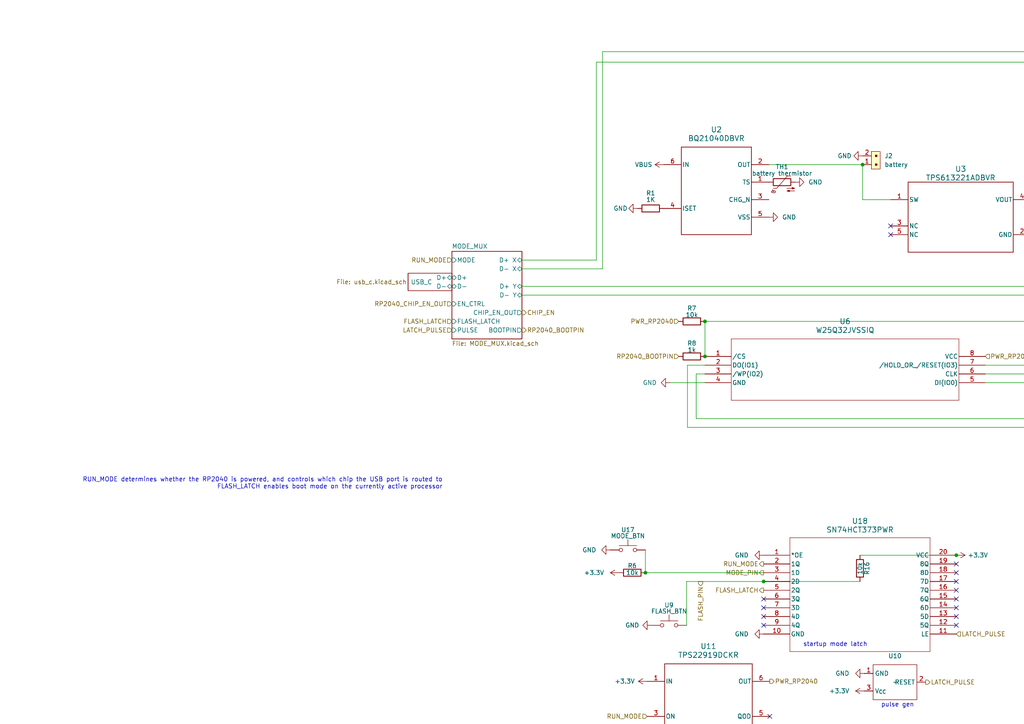
<source format=kicad_sch>
(kicad_sch (version 20230121) (generator eeschema)
  (paper "A4")
  (lib_symbols
    (symbol "2024-01-02_21-46-21:BQ21040DBVR" (pin_names (offset 0.254))
      (property "Reference" "U" (at 0 2.54 0))
      (property "Value" "BQ21040DBVR" (at 0 0 0))
      (symbol "BQ21040DBVR_0_1"
        (pin input line (at 15.24 2.54 180) (length 5.08) (name "TS") (number "1"))
        (pin power_in line (at 15.24 7.62 180) (length 5.08) (name "OUT") (number "2"))
        (pin open_collector line (at 15.24 -2.54 180) (length 5.08) (name "CHG_N") (number "3"))
        (pin input line (at -15.24 -5.08 0) (length 5.08) (name "ISET") (number "4"))
        (pin power_in line (at 15.24 -7.62 180) (length 5.08) (name "VSS") (number "5"))
        (pin power_in line (at -15.24 7.62 0) (length 5.08) (name "IN") (number "6"))
      )
    )
    (symbol "2024-01-02_21-46-27:TPS613221ADBVR" (pin_names (offset 0.254))
      (property "Reference" "U" (at 0 2.54 0))
      (property "Value" "TPS613221ADBVR" (at 0 0 0))
      (symbol "TPS613221ADBVR_0_1"
        (pin power_in line (at -20.32 5.08 0) (length 5.08) (name "SW") (number "1"))
        (pin power_in line (at 20.32 -5.08 180) (length 5.08) (name "GND") (number "2"))
        (pin unspecified line (at -20.32 -2.54 0) (length 5.08) (name "NC") (number "3"))
        (pin power_in line (at 20.32 5.08 180) (length 5.08) (name "VOUT") (number "4"))
        (pin unspecified line (at -20.32 -5.08 0) (length 5.08) (name "NC") (number "5"))
      )
    )
    (symbol "2024-01-09_16-08-29:W25Q32JVSSIQ" (pin_names (offset 0.254))
      (property "Reference" "U" (at 40.64 10.16 0))
      (property "Value" "W25Q32JVSSIQ" (at 40.64 7.62 0))
      (symbol "W25Q32JVSSIQ_0_1"
        (pin unspecified line (at 0 0 0) (length 7.62) (name "/CS") (number "1"))
        (pin unspecified line (at 0 -2.54 0) (length 7.62) (name "DO(IO1)") (number "2"))
        (pin unspecified line (at 0 -5.08 0) (length 7.62) (name "/WP(IO2)") (number "3"))
        (pin power_out line (at 0 -7.62 0) (length 7.62) (name "GND") (number "4"))
        (pin unspecified line (at 81.28 -7.62 180) (length 7.62) (name "DI(IO0)") (number "5"))
        (pin unspecified line (at 81.28 -5.08 180) (length 7.62) (name "CLK") (number "6"))
        (pin unspecified line (at 81.28 -2.54 180) (length 7.62) (name "/HOLD_OR_/RESET(IO3)") (number "7"))
        (pin power_in line (at 81.28 0 180) (length 7.62) (name "VCC") (number "8"))
      )
    )
    (symbol "2024-01-10_18-59-37:RESET_TIMER"
      (property "Reference" "U" (at 0 6.35 0))
      (symbol "RESET_TIMER_1_1"
        (pin passive line (at -8.89 2.54 0) (length 2.54) (name "GND") (number "1"))
        (pin output line (at 8.89 0 180) (length 2.54) (name "RESET") (number "2"))
        (pin passive line (at -8.89 -2.54 0) (length 2.54) (name "V_{CC}") (number "3"))
      )
    )
    (symbol "2024-01-10_19-26-16:TPS22919DCKR" (pin_names (offset 0.254))
      (property "Reference" "U" (at 0 2.54 0))
      (property "Value" "TPS22919DCKR" (at 0 0 0))
      (symbol "TPS22919DCKR_0_1"
        (pin power_in line (at -17.78 7.62 0) (length 5.08) (name "IN") (number "1"))
        (pin power_in line (at 17.78 -10.16 180) (length 5.08) (name "GND") (number "2"))
        (pin input line (at -17.78 -2.54 0) (length 5.08) (name "ON") (number "3"))
        (pin unspecified line (at -17.78 -10.16 0) (length 5.08) (name "N_C") (number "4"))
        (pin power_in line (at 17.78 -2.54 180) (length 5.08) (name "QOD") (number "5"))
        (pin power_in line (at 17.78 7.62 180) (length 5.08) (name "OUT") (number "6"))
      )
    )
    (symbol "2024-01-19_20-37-39:SN74HCT373PWR" (pin_names (offset 0.254))
      (property "Reference" "U" (at 27.94 10.16 0))
      (property "Value" "SN74HCT373PWR" (at 27.94 7.62 0))
      (symbol "SN74HCT373PWR_0_1"
        (pin input line (at 0 0 0) (length 7.62) (name "*OE") (number "1"))
        (pin power_in line (at 0 -22.86 0) (length 7.62) (name "GND") (number "10"))
        (pin input line (at 55.88 -22.86 180) (length 7.62) (name "LE") (number "11"))
        (pin output line (at 55.88 -20.32 180) (length 7.62) (name "5Q") (number "12"))
        (pin input line (at 55.88 -17.78 180) (length 7.62) (name "5D") (number "13"))
        (pin input line (at 55.88 -15.24 180) (length 7.62) (name "6D") (number "14"))
        (pin output line (at 55.88 -12.7 180) (length 7.62) (name "6Q") (number "15"))
        (pin output line (at 55.88 -10.16 180) (length 7.62) (name "7Q") (number "16"))
        (pin input line (at 55.88 -7.62 180) (length 7.62) (name "7D") (number "17"))
        (pin input line (at 55.88 -5.08 180) (length 7.62) (name "8D") (number "18"))
        (pin output line (at 55.88 -2.54 180) (length 7.62) (name "8Q") (number "19"))
        (pin output line (at 0 -2.54 0) (length 7.62) (name "1Q") (number "2"))
        (pin power_in line (at 55.88 0 180) (length 7.62) (name "VCC") (number "20"))
        (pin input line (at 0 -5.08 0) (length 7.62) (name "1D") (number "3"))
        (pin input line (at 0 -7.62 0) (length 7.62) (name "2D") (number "4"))
        (pin output line (at 0 -10.16 0) (length 7.62) (name "2Q") (number "5"))
        (pin output line (at 0 -12.7 0) (length 7.62) (name "3Q") (number "6"))
        (pin input line (at 0 -15.24 0) (length 7.62) (name "3D") (number "7"))
        (pin input line (at 0 -17.78 0) (length 7.62) (name "4D") (number "8"))
        (pin output line (at 0 -20.32 0) (length 7.62) (name "4Q") (number "9"))
      )
    )
    (symbol "5530843-5:5530843-5" (pin_names (offset 1.016))
      (property "Reference" "J" (at -10.16 34.29 0))
      (property "Value" "5530843-5" (at -10.16 -35.56 0))
      (symbol "5530843-5_0_0"
        (pin passive line (at -12.7 30.48 0) (length 5.08) (name "1") (number "1"))
        (pin passive line (at 12.7 20.32 180) (length 5.08) (name "10") (number "10"))
        (pin passive line (at -12.7 17.78 0) (length 5.08) (name "11") (number "11"))
        (pin passive line (at 12.7 17.78 180) (length 5.08) (name "12") (number "12"))
        (pin passive line (at -12.7 15.24 0) (length 5.08) (name "13") (number "13"))
        (pin passive line (at 12.7 15.24 180) (length 5.08) (name "14") (number "14"))
        (pin passive line (at -12.7 12.7 0) (length 5.08) (name "15") (number "15"))
        (pin passive line (at 12.7 12.7 180) (length 5.08) (name "16") (number "16"))
        (pin passive line (at -12.7 10.16 0) (length 5.08) (name "17") (number "17"))
        (pin passive line (at 12.7 10.16 180) (length 5.08) (name "18") (number "18"))
        (pin passive line (at -12.7 7.62 0) (length 5.08) (name "19") (number "19"))
        (pin passive line (at 12.7 30.48 180) (length 5.08) (name "2") (number "2"))
        (pin passive line (at 12.7 7.62 180) (length 5.08) (name "20") (number "20"))
        (pin passive line (at -12.7 5.08 0) (length 5.08) (name "21") (number "21"))
        (pin passive line (at 12.7 5.08 180) (length 5.08) (name "22") (number "22"))
        (pin passive line (at -12.7 2.54 0) (length 5.08) (name "23") (number "23"))
        (pin passive line (at 12.7 2.54 180) (length 5.08) (name "24") (number "24"))
        (pin passive line (at -12.7 0 0) (length 5.08) (name "25") (number "25"))
        (pin passive line (at 12.7 0 180) (length 5.08) (name "26") (number "26"))
        (pin passive line (at -12.7 -2.54 0) (length 5.08) (name "27") (number "27"))
        (pin passive line (at 12.7 -2.54 180) (length 5.08) (name "28") (number "28"))
        (pin passive line (at -12.7 -5.08 0) (length 5.08) (name "29") (number "29"))
        (pin passive line (at -12.7 27.94 0) (length 5.08) (name "3") (number "3"))
        (pin passive line (at 12.7 -5.08 180) (length 5.08) (name "30") (number "30"))
        (pin passive line (at -12.7 -7.62 0) (length 5.08) (name "31") (number "31"))
        (pin passive line (at 12.7 -7.62 180) (length 5.08) (name "32") (number "32"))
        (pin passive line (at -12.7 -10.16 0) (length 5.08) (name "33") (number "33"))
        (pin passive line (at 12.7 -10.16 180) (length 5.08) (name "34") (number "34"))
        (pin passive line (at -12.7 -12.7 0) (length 5.08) (name "35") (number "35"))
        (pin passive line (at 12.7 -12.7 180) (length 5.08) (name "36") (number "36"))
        (pin passive line (at -12.7 -15.24 0) (length 5.08) (name "37") (number "37"))
        (pin passive line (at 12.7 -15.24 180) (length 5.08) (name "38") (number "38"))
        (pin passive line (at -12.7 -17.78 0) (length 5.08) (name "39") (number "39"))
        (pin passive line (at 12.7 27.94 180) (length 5.08) (name "4") (number "4"))
        (pin passive line (at 12.7 -17.78 180) (length 5.08) (name "40") (number "40"))
        (pin passive line (at -12.7 -20.32 0) (length 5.08) (name "41") (number "41"))
        (pin passive line (at 12.7 -20.32 180) (length 5.08) (name "42") (number "42"))
        (pin passive line (at -12.7 -22.86 0) (length 5.08) (name "43") (number "43"))
        (pin passive line (at 12.7 -22.86 180) (length 5.08) (name "44") (number "44"))
        (pin passive line (at -12.7 -25.4 0) (length 5.08) (name "45") (number "45"))
        (pin passive line (at 12.7 -25.4 180) (length 5.08) (name "46") (number "46"))
        (pin passive line (at -12.7 -27.94 0) (length 5.08) (name "47") (number "47"))
        (pin passive line (at 12.7 -27.94 180) (length 5.08) (name "48") (number "48"))
        (pin passive line (at -12.7 -30.48 0) (length 5.08) (name "49") (number "49"))
        (pin passive line (at -12.7 25.4 0) (length 5.08) (name "5") (number "5"))
        (pin passive line (at 12.7 -30.48 180) (length 5.08) (name "50") (number "50"))
        (pin passive line (at 12.7 25.4 180) (length 5.08) (name "6") (number "6"))
        (pin passive line (at -12.7 22.86 0) (length 5.08) (name "7") (number "7"))
        (pin passive line (at 12.7 22.86 180) (length 5.08) (name "8") (number "8"))
        (pin passive line (at -12.7 20.32 0) (length 5.08) (name "9") (number "9"))
      )
    )
    (symbol "Connector:Micro_SD_Card" (pin_names (offset 1.016))
      (property "Reference" "J" (at -16.51 15.24 0))
      (property "Value" "Micro_SD_Card" (at 16.51 15.24 0))
      (symbol "Micro_SD_Card_1_1"
        (pin bidirectional line (at -22.86 7.62 0) (length 3.81) (name "DAT2") (number "1"))
        (pin bidirectional line (at -22.86 5.08 0) (length 3.81) (name "DAT3/CD") (number "2"))
        (pin input line (at -22.86 2.54 0) (length 3.81) (name "CMD") (number "3"))
        (pin power_in line (at -22.86 0 0) (length 3.81) (name "VDD") (number "4"))
        (pin input line (at -22.86 -2.54 0) (length 3.81) (name "CLK") (number "5"))
        (pin power_in line (at -22.86 -5.08 0) (length 3.81) (name "VSS") (number "6"))
        (pin bidirectional line (at -22.86 -7.62 0) (length 3.81) (name "DAT0") (number "7"))
        (pin bidirectional line (at -22.86 -10.16 0) (length 3.81) (name "DAT1") (number "8"))
        (pin passive line (at 20.32 -15.24 180) (length 3.81) (name "SHIELD") (number "9"))
      )
    )
    (symbol "Device:Crystal" (pin_numbers hide) (pin_names (offset 1.016) hide)
      (property "Reference" "Y" (at 0 3.81 0))
      (property "Value" "Crystal" (at 0 -3.81 0))
      (symbol "Crystal_1_1"
        (pin passive line (at -3.81 0 0) (length 1.27) (name "1") (number "1"))
        (pin passive line (at 3.81 0 180) (length 1.27) (name "2") (number "2"))
      )
    )
    (symbol "Device:R" (pin_numbers hide) (pin_names (offset 0))
      (property "Reference" "R" (at 2.032 0 90))
      (property "Value" "R" (at 0 0 90))
      (symbol "R_1_1"
        (pin passive line (at 0 3.81 270) (length 1.27) (name "~") (number "1"))
        (pin passive line (at 0 -3.81 90) (length 1.27) (name "~") (number "2"))
      )
    )
    (symbol "Device:Thermistor_NTC" (pin_numbers hide) (pin_names (offset 0))
      (property "Reference" "TH" (at -4.445 0 90))
      (property "Value" "Thermistor_NTC" (at 3.175 0 90))
      (symbol "Thermistor_NTC_1_1"
        (pin passive line (at 0 3.81 270) (length 1.27) (name "~") (number "1"))
        (pin passive line (at 0 -3.81 90) (length 1.27) (name "~") (number "2"))
      )
    )
    (symbol "MCU_RaspberryPi:RP2040"
      (property "Reference" "U" (at 17.78 45.72 0))
      (property "Value" "RP2040" (at 17.78 43.18 0))
      (symbol "RP2040_1_1"
        (pin power_in line (at 2.54 45.72 270) (length 3.81) (name "IOVDD") (number "1"))
        (pin passive line (at 2.54 45.72 270) (length 3.81) hide (name "IOVDD") (number "10"))
        (pin bidirectional line (at 25.4 17.78 180) (length 3.81) (name "GPIO8") (number "11"))
        (pin bidirectional line (at 25.4 15.24 180) (length 3.81) (name "GPIO9") (number "12"))
        (pin bidirectional line (at 25.4 12.7 180) (length 3.81) (name "GPIO10") (number "13"))
        (pin bidirectional line (at 25.4 10.16 180) (length 3.81) (name "GPIO11") (number "14"))
        (pin bidirectional line (at 25.4 7.62 180) (length 3.81) (name "GPIO12") (number "15"))
        (pin bidirectional line (at 25.4 5.08 180) (length 3.81) (name "GPIO13") (number "16"))
        (pin bidirectional line (at 25.4 2.54 180) (length 3.81) (name "GPIO14") (number "17"))
        (pin bidirectional line (at 25.4 0 180) (length 3.81) (name "GPIO15") (number "18"))
        (pin input line (at -25.4 -38.1 0) (length 3.81) (name "TESTEN") (number "19"))
        (pin bidirectional line (at 25.4 38.1 180) (length 3.81) (name "GPIO0") (number "2"))
        (pin input line (at -25.4 -7.62 0) (length 3.81) (name "XIN") (number "20"))
        (pin passive line (at -25.4 -17.78 0) (length 3.81) (name "XOUT") (number "21"))
        (pin passive line (at 2.54 45.72 270) (length 3.81) hide (name "IOVDD") (number "22"))
        (pin power_in line (at -2.54 45.72 270) (length 3.81) (name "DVDD") (number "23"))
        (pin input line (at -25.4 -27.94 0) (length 3.81) (name "SWCLK") (number "24"))
        (pin bidirectional line (at -25.4 -30.48 0) (length 3.81) (name "SWD") (number "25"))
        (pin input line (at -25.4 38.1 0) (length 3.81) (name "RUN") (number "26"))
        (pin bidirectional line (at 25.4 -2.54 180) (length 3.81) (name "GPIO16") (number "27"))
        (pin bidirectional line (at 25.4 -5.08 180) (length 3.81) (name "GPIO17") (number "28"))
        (pin bidirectional line (at 25.4 -7.62 180) (length 3.81) (name "GPIO18") (number "29"))
        (pin bidirectional line (at 25.4 35.56 180) (length 3.81) (name "GPIO1") (number "3"))
        (pin bidirectional line (at 25.4 -10.16 180) (length 3.81) (name "GPIO19") (number "30"))
        (pin bidirectional line (at 25.4 -12.7 180) (length 3.81) (name "GPIO20") (number "31"))
        (pin bidirectional line (at 25.4 -15.24 180) (length 3.81) (name "GPIO21") (number "32"))
        (pin passive line (at 2.54 45.72 270) (length 3.81) hide (name "IOVDD") (number "33"))
        (pin bidirectional line (at 25.4 -17.78 180) (length 3.81) (name "GPIO22") (number "34"))
        (pin bidirectional line (at 25.4 -20.32 180) (length 3.81) (name "GPIO23") (number "35"))
        (pin bidirectional line (at 25.4 -22.86 180) (length 3.81) (name "GPIO24") (number "36"))
        (pin bidirectional line (at 25.4 -25.4 180) (length 3.81) (name "GPIO25") (number "37"))
        (pin bidirectional line (at 25.4 -30.48 180) (length 3.81) (name "GPIO26_ADC0") (number "38"))
        (pin bidirectional line (at 25.4 -33.02 180) (length 3.81) (name "GPIO27_ADC1") (number "39"))
        (pin bidirectional line (at 25.4 33.02 180) (length 3.81) (name "GPIO2") (number "4"))
        (pin bidirectional line (at 25.4 -35.56 180) (length 3.81) (name "GPIO28_ADC2") (number "40"))
        (pin bidirectional line (at 25.4 -38.1 180) (length 3.81) (name "GPIO29_ADC3") (number "41"))
        (pin passive line (at 2.54 45.72 270) (length 3.81) hide (name "IOVDD") (number "42"))
        (pin power_in line (at 7.62 45.72 270) (length 3.81) (name "ADC_AVDD") (number "43"))
        (pin power_in line (at 10.16 45.72 270) (length 3.81) (name "VREG_IN") (number "44"))
        (pin power_out line (at -5.08 45.72 270) (length 3.81) (name "VREG_VOUT") (number "45"))
        (pin bidirectional line (at -25.4 27.94 0) (length 3.81) (name "USB_DM") (number "46"))
        (pin bidirectional line (at -25.4 30.48 0) (length 3.81) (name "USB_DP") (number "47"))
        (pin power_in line (at 5.08 45.72 270) (length 3.81) (name "USB_VDD") (number "48"))
        (pin passive line (at 2.54 45.72 270) (length 3.81) hide (name "IOVDD") (number "49"))
        (pin bidirectional line (at 25.4 30.48 180) (length 3.81) (name "GPIO3") (number "5"))
        (pin passive line (at -2.54 45.72 270) (length 3.81) hide (name "DVDD") (number "50"))
        (pin bidirectional line (at -25.4 7.62 0) (length 3.81) (name "QSPI_SD3") (number "51"))
        (pin output line (at -25.4 5.08 0) (length 3.81) (name "QSPI_SCLK") (number "52"))
        (pin bidirectional line (at -25.4 15.24 0) (length 3.81) (name "QSPI_SD0") (number "53"))
        (pin bidirectional line (at -25.4 10.16 0) (length 3.81) (name "QSPI_SD2") (number "54"))
        (pin bidirectional line (at -25.4 12.7 0) (length 3.81) (name "QSPI_SD1") (number "55"))
        (pin bidirectional line (at -25.4 20.32 0) (length 3.81) (name "QSPI_SS") (number "56"))
        (pin power_in line (at 0 -45.72 90) (length 3.81) (name "GND") (number "57"))
        (pin bidirectional line (at 25.4 27.94 180) (length 3.81) (name "GPIO4") (number "6"))
        (pin bidirectional line (at 25.4 25.4 180) (length 3.81) (name "GPIO5") (number "7"))
        (pin bidirectional line (at 25.4 22.86 180) (length 3.81) (name "GPIO6") (number "8"))
        (pin bidirectional line (at 25.4 20.32 180) (length 3.81) (name "GPIO7") (number "9"))
      )
    )
    (symbol "Switch:SW_SPDT" (pin_names (offset 0) hide)
      (property "Reference" "SW" (at 0 5.08 0))
      (property "Value" "SW_SPDT" (at 0 -5.08 0))
      (symbol "SW_SPDT_1_1"
        (pin passive line (at 5.08 2.54 180) (length 2.54) (name "A") (number "1"))
        (pin passive line (at -5.08 0 0) (length 2.54) (name "B") (number "2"))
        (pin passive line (at 5.08 -2.54 180) (length 2.54) (name "C") (number "3"))
      )
    )
    (symbol "custom:button" (pin_numbers hide) (pin_names hide)
      (property "Reference" "U" (at 0 5.08 0))
      (symbol "button_1_1"
        (pin passive line (at -5.08 0 0) (length 2.54) (name "1") (number "1"))
        (pin passive line (at 5.08 0 180) (length 2.54) (name "2") (number "2"))
      )
    )
    (symbol "dk_Rectangular-Connectors-Headers-Male-Pins:640456-3" (pin_names (offset 1.016))
      (property "Reference" "J" (at -2.54 1.27 0))
      (property "Value" "640456-3" (at 2.54 -3.81 0))
      (symbol "640456-3_1_1"
        (pin passive line (at 0 2.54 270) (length 2.54) (name "~") (number "1"))
        (pin passive line (at 2.54 2.54 270) (length 2.54) (name "~") (number "2"))
        (pin passive line (at 5.08 2.54 270) (length 2.54) (name "~") (number "3"))
      )
    )
    (symbol "dk_Rectangular-Connectors-Headers-Male-Pins:S2B-PH-K-S_LF__SN_" (pin_names (offset 1.016))
      (property "Reference" "J" (at -2.54 -1.27 0))
      (property "Value" "S2B-PH-K-S_LF__SN_" (at 1.27 -3.81 0))
      (symbol "S2B-PH-K-S_LF__SN__1_1"
        (pin passive line (at 0 2.54 270) (length 2.54) (name "~") (number "1"))
        (pin passive line (at 2.54 2.54 270) (length 2.54) (name "~") (number "2"))
      )
    )
    (symbol "power:+3.3V" (power) (pin_names (offset 0))
      (property "Value" "+3.3V" (at 0 3.556 0))
      (symbol "+3.3V_1_1"
        (pin power_in line (at 0 0 90) (length 0) hide (name "+3.3V") (number "1"))
      )
    )
    (symbol "power:GND" (power) (pin_names (offset 0))
      (property "Value" "GND" (at 0 -3.81 0))
      (symbol "GND_1_1"
        (pin power_in line (at 0 0 270) (length 0) hide (name "GND") (number "1"))
      )
    )
    (symbol "power:VBUS" (power) (pin_names (offset 0))
      (property "Value" "VBUS" (at 0 3.81 0))
      (symbol "VBUS_1_1"
        (pin power_in line (at 0 0 90) (length 0) hide (name "VBUS") (number "1"))
      )
    )
    (symbol "power:VCC" (power) (pin_names (offset 0))
      (property "Value" "VCC" (at 0 3.81 0))
      (symbol "VCC_1_1"
        (pin power_in line (at 0 0 90) (length 0) hide (name "VCC") (number "1"))
      )
    )
  )
  (junction (at 402.082 44.45))
  (junction (at 250.19 47.752))
  (junction (at 421.894 218.44))
  (junction (at 447.294 185.928))
  (junction (at 579.374 288.798))
  (junction (at 221.488 168.656))
  (junction (at 424.434 220.98))
  (junction (at 553.974 349.758))
  (junction (at 277.368 161.036))
  (junction (at 579.374 349.758))
  (junction (at 352.806 67.818))
  (junction (at 324.358 159.258))
  (junction (at 350.266 67.818))
  (junction (at 204.47 93.218))
  (junction (at 187.198 166.116))
  (junction (at 553.974 288.798))
  (junction (at 204.47 103.378))
  (junction (at 350.266 64.008))
  (junction (at 402.082 34.29))
  (junction (at 355.346 67.818))
  (no_connect (at 258.318 68.072))
  (no_connect (at 258.318 65.532))
  (no_connect (at 221.488 178.816))
  (no_connect (at 277.368 176.276))
  (no_connect (at 277.368 166.116))
  (no_connect (at 277.368 163.576))
  (no_connect (at 402.082 52.07))
  (no_connect (at 277.368 181.356))
  (no_connect (at 277.368 168.656))
  (no_connect (at 373.126 151.638))
  (no_connect (at 277.368 178.816))
  (no_connect (at 221.488 181.356))
  (no_connect (at 223.266 207.772))
  (no_connect (at 437.642 44.45))
  (no_connect (at 277.368 171.196))
  (no_connect (at 221.488 173.736))
  (no_connect (at 277.368 173.736))
  (no_connect (at 187.706 215.392))
  (no_connect (at 221.488 176.276))
  (wire (pts (xy 451.739 191.008) (xy 451.739 185.928)))
  (wire (pts (xy 172.974 18.034) (xy 549.148 18.034)))
  (wire (pts (xy 432.054 226.06) (xy 429.514 226.06)))
  (wire (pts (xy 322.326 130.048) (xy 322.326 131.318)))
  (wire (pts (xy 151.384 75.438) (xy 172.974 75.438)))
  (wire (pts (xy 322.326 64.008) (xy 350.266 64.008)))
  (wire (pts (xy 403.86 220.98) (xy 424.434 220.98)))
  (wire (pts (xy 402.082 146.558) (xy 402.082 155.448)))
  (wire (pts (xy 373.126 108.458) (xy 411.734 108.458)))
  (wire (pts (xy 373.126 88.138) (xy 411.734 88.138)))
  (wire (pts (xy 174.752 77.978) (xy 174.752 14.986)))
  (wire (pts (xy 199.39 105.918) (xy 199.39 123.952)))
  (wire (pts (xy 285.75 108.458) (xy 322.326 108.458)))
  (wire (pts (xy 311.15 110.998) (xy 311.15 98.298)))
  (wire (pts (xy 250.19 47.752) (xy 250.19 57.912)))
  (wire (pts (xy 187.198 159.512) (xy 187.198 166.116)))
  (wire (pts (xy 201.93 121.412) (xy 316.23 121.412)))
  (wire (pts (xy 322.326 159.258) (xy 324.358 159.258)))
  (wire (pts (xy 221.488 168.656) (xy 249.428 168.656)))
  (wire (pts (xy 399.542 157.988) (xy 399.542 144.018)))
  (wire (pts (xy 373.126 85.598) (xy 411.734 85.598)))
  (wire (pts (xy 553.974 347.218) (xy 553.974 349.758)))
  (wire (pts (xy 402.082 185.928) (xy 447.294 185.928)))
  (wire (pts (xy 342.646 67.818) (xy 345.186 67.818)))
  (wire (pts (xy 454.406 152.908) (xy 404.622 152.908)))
  (wire (pts (xy 421.894 163.068) (xy 454.406 163.068)))
  (wire (pts (xy 553.974 288.798) (xy 553.974 291.338)))
  (wire (pts (xy 402.082 34.29) (xy 402.082 35.56)))
  (wire (pts (xy 322.326 151.638) (xy 322.326 159.258)))
  (wire (pts (xy 194.31 110.998) (xy 204.47 110.998)))
  (wire (pts (xy 373.126 131.318) (xy 411.734 131.318)))
  (wire (pts (xy 499.872 155.448) (xy 555.244 155.448)))
  (wire (pts (xy 352.806 67.818) (xy 355.346 67.818)))
  (wire (pts (xy 285.75 105.918) (xy 322.326 105.918)))
  (wire (pts (xy 402.082 49.53) (xy 402.082 44.45)))
  (wire (pts (xy 313.69 100.838) (xy 322.326 100.838)))
  (wire (pts (xy 373.126 95.758) (xy 411.734 95.758)))
  (wire (pts (xy 350.266 59.182) (xy 350.266 64.008)))
  (wire (pts (xy 151.384 77.978) (xy 174.752 77.978)))
  (wire (pts (xy 424.434 165.608) (xy 454.406 165.608)))
  (wire (pts (xy 549.148 18.034) (xy 549.148 152.908)))
  (wire (pts (xy 402.082 196.088) (xy 402.082 185.928)))
  (wire (pts (xy 426.974 223.52) (xy 432.054 223.52)))
  (wire (pts (xy 373.126 80.518) (xy 411.734 80.518)))
  (wire (pts (xy 373.126 100.838) (xy 411.734 100.838)))
  (wire (pts (xy 373.126 116.078) (xy 411.734 116.078)))
  (wire (pts (xy 249.428 161.036) (xy 277.368 161.036)))
  (wire (pts (xy 373.126 93.218) (xy 411.734 93.218)))
  (wire (pts (xy 404.622 152.908) (xy 404.622 138.938)))
  (wire (pts (xy 172.974 75.438) (xy 172.974 18.034)))
  (wire (pts (xy 373.126 128.778) (xy 411.734 128.778)))
  (wire (pts (xy 555.244 14.986) (xy 555.244 155.448)))
  (wire (pts (xy 404.622 138.938) (xy 373.126 138.938)))
  (wire (pts (xy 399.542 144.018) (xy 373.126 144.018)))
  (wire (pts (xy 285.75 110.998) (xy 311.15 110.998)))
  (wire (pts (xy 447.294 183.388) (xy 450.342 183.388)))
  (wire (pts (xy 373.126 123.698) (xy 411.734 123.698)))
  (wire (pts (xy 421.894 163.068) (xy 421.894 218.44)))
  (wire (pts (xy 373.126 118.618) (xy 411.734 118.618)))
  (wire (pts (xy 579.374 347.218) (xy 579.374 349.758)))
  (wire (pts (xy 451.104 183.388) (xy 451.104 188.468)))
  (wire (pts (xy 447.294 175.768) (xy 454.406 175.768)))
  (wire (pts (xy 447.294 191.008) (xy 451.739 191.008)))
  (wire (pts (xy 373.126 121.158) (xy 411.734 121.158)))
  (wire (pts (xy 394.97 34.29) (xy 402.082 34.29)))
  (wire (pts (xy 450.342 180.848) (xy 454.406 180.848)))
  (wire (pts (xy 407.416 150.368) (xy 454.406 150.368)))
  (wire (pts (xy 373.126 90.678) (xy 411.734 90.678)))
  (wire (pts (xy 402.082 155.448) (xy 454.406 155.448)))
  (wire (pts (xy 373.126 103.378) (xy 411.734 103.378)))
  (wire (pts (xy 454.406 183.388) (xy 451.104 183.388)))
  (wire (pts (xy 451.739 185.928) (xy 454.406 185.928)))
  (wire (pts (xy 187.198 166.116) (xy 221.488 166.116)))
  (wire (pts (xy 322.326 64.008) (xy 322.326 75.438)))
  (wire (pts (xy 373.126 105.918) (xy 411.734 105.918)))
  (wire (pts (xy 350.266 64.008) (xy 350.266 67.818)))
  (wire (pts (xy 350.266 67.818) (xy 352.806 67.818)))
  (wire (pts (xy 174.752 14.986) (xy 555.244 14.986)))
  (wire (pts (xy 404.114 196.088) (xy 402.082 196.088)))
  (wire (pts (xy 316.23 121.412) (xy 316.23 103.378)))
  (wire (pts (xy 447.294 188.468) (xy 451.104 188.468)))
  (wire (pts (xy 403.86 218.44) (xy 421.894 218.44)))
  (wire (pts (xy 199.39 123.952) (xy 313.69 123.952)))
  (wire (pts (xy 579.374 288.798) (xy 579.374 291.338)))
  (wire (pts (xy 429.514 170.688) (xy 454.406 170.688)))
  (wire (pts (xy 373.126 146.558) (xy 402.082 146.558)))
  (wire (pts (xy 426.974 168.148) (xy 426.974 223.52)))
  (wire (pts (xy 355.346 67.818) (xy 357.886 67.818)))
  (wire (pts (xy 373.126 110.998) (xy 411.734 110.998)))
  (wire (pts (xy 383.54 49.53) (xy 402.082 49.53)))
  (wire (pts (xy 322.326 121.158) (xy 322.326 122.428)))
  (wire (pts (xy 407.416 136.398) (xy 407.416 150.368)))
  (wire (pts (xy 204.47 105.918) (xy 199.39 105.918)))
  (wire (pts (xy 151.384 83.058) (xy 314.706 83.058)))
  (wire (pts (xy 204.47 93.218) (xy 204.47 103.378)))
  (wire (pts (xy 373.126 136.398) (xy 407.416 136.398)))
  (wire (pts (xy 426.974 168.148) (xy 454.406 168.148)))
  (wire (pts (xy 373.126 126.238) (xy 411.734 126.238)))
  (wire (pts (xy 429.514 226.06) (xy 429.514 170.688)))
  (wire (pts (xy 450.342 183.388) (xy 450.342 180.848)))
  (wire (pts (xy 201.93 108.458) (xy 201.93 121.412)))
  (wire (pts (xy 447.294 173.228) (xy 454.406 173.228)))
  (wire (pts (xy 311.15 98.298) (xy 322.326 98.298)))
  (wire (pts (xy 424.434 220.98) (xy 424.434 165.608)))
  (wire (pts (xy 250.19 57.912) (xy 258.318 57.912)))
  (wire (pts (xy 199.136 168.656) (xy 199.136 181.356)))
  (wire (pts (xy 199.136 168.656) (xy 221.488 168.656)))
  (wire (pts (xy 447.294 178.308) (xy 454.406 178.308)))
  (wire (pts (xy 373.126 83.058) (xy 411.734 83.058)))
  (wire (pts (xy 151.384 85.598) (xy 314.706 85.598)))
  (wire (pts (xy 313.69 123.952) (xy 313.69 100.838)))
  (wire (pts (xy 402.082 44.45) (xy 402.082 43.18)))
  (wire (pts (xy 454.406 157.988) (xy 399.542 157.988)))
  (wire (pts (xy 204.47 93.218) (xy 322.326 93.218)))
  (wire (pts (xy 324.358 159.258) (xy 347.726 159.258)))
  (wire (pts (xy 373.126 113.538) (xy 411.734 113.538)))
  (wire (pts (xy 316.23 103.378) (xy 322.326 103.378)))
  (wire (pts (xy 432.054 220.98) (xy 424.434 220.98)))
  (wire (pts (xy 421.894 218.44) (xy 432.054 218.44)))
  (wire (pts (xy 373.126 98.298) (xy 411.734 98.298)))
  (wire (pts (xy 223.012 47.752) (xy 250.19 47.752)))
  (wire (pts (xy 499.872 152.908) (xy 549.148 152.908)))
  (wire (pts (xy 373.126 133.858) (xy 411.734 133.858)))
  (wire (pts (xy 204.47 108.458) (xy 201.93 108.458)))
  (rectangle (start 408.94 209.804) (end 472.44 308.864) (stroke (width 1)))
  (rectangle (start 527.558 274.574) (end 604.52 406.146) (stroke (width 1)))
  (rectangle (start 520.192 181.864) (end 604.774 253.746) (stroke (width 1)))
  (text "pulse gen" (at 255.524 205.232 0) (effects (font (size 1.27 1.27)) (justify left bottom)))
  (text "RUN_MODE determines whether the RP2040 is powered, and controls which chip the USB port is routed to\nFLASH_LATCH enables boot mode on the currently active processor" (at 128.397 141.986 0) (effects (font (size 1.27 1.27)) (justify right bottom)))
  (text "main keypad (\"Main Block\")" (at 522.986 188.214 0) (effects (font (size 2.5 2.5) (thickness 0.5) bold) (justify left bottom)))
  (text "startup mode latch" (at 232.918 187.706 0) (effects (font (size 1.27 1.27)) (justify left bottom)))
  (text "RP2040 power controller" (at 193.294 220.472 0) (effects (font (size 1.27 1.27)) (justify left bottom)))
  (text "edge connector" (at 529.844 280.67 0) (effects (font (size 2.5 2.5) (thickness 1) bold) (justify left bottom)))
  (text "main connector IO" (at 414.782 211.582 90) (effects (font (size 2.5 2.5) bold) (justify right bottom)))
  (hierarchical_label "KPA0" (shape input) (at 563.372 196.342 180))
  (hierarchical_label "KPB12" (shape input) (at 446.024 289.56 0))
  (hierarchical_label "CHIP_EN" (shape output) (at 151.384 90.678 0))
  (hierarchical_label "KPB8" (shape input) (at 446.024 279.4 0))
  (hierarchical_label "KPA11" (shape input) (at 579.374 321.818 0))
  (hierarchical_label "KPB1" (shape output) (at 553.974 296.418 180))
  (hierarchical_label "KPB6" (shape output) (at 563.372 216.662 180))
  (hierarchical_label "KPB9" (shape output) (at 563.372 224.282 180))
  (hierarchical_label "RP2040_UART0_RX" (shape input) (at 373.126 77.978 0))
  (hierarchical_label "PWR_RP2040" (shape output) (at 223.266 197.612 0))
  (hierarchical_label "KPB6" (shape output) (at 553.974 309.118 180))
  (hierarchical_label "LATCH_PULSE" (shape output) (at 268.478 197.866 0))
  (hierarchical_label "KPB7" (shape output) (at 563.372 219.202 180))
  (hierarchical_label "PWR_RP2040" (shape input) (at 411.734 77.978 180))
  (hierarchical_label "KPB15" (shape output) (at 553.974 331.978 180))
  (hierarchical_label "KPB2" (shape output) (at 563.372 206.502 180))
  (hierarchical_label "KPA8" (shape output) (at 446.024 238.76 0))
  (hierarchical_label "CHIP_EN" (shape input) (at 454.406 145.288 180))
  (hierarchical_label "FLASH_PIN" (shape output) (at 203.2 168.656 270))
  (hierarchical_label "KPA14" (shape input) (at 579.374 329.438 0))
  (hierarchical_label "FLASH_PIN" (shape output) (at 579.374 334.518 0))
  (hierarchical_label "RP2040_CHIP_EN_OUT" (shape input) (at 131.064 88.138 180))
  (hierarchical_label "FLASH_LATCH" (shape output) (at 221.488 171.196 180))
  (hierarchical_label "KPB10" (shape output) (at 563.372 226.822 180))
  (hierarchical_label "KPB11" (shape output) (at 553.974 321.818 180))
  (hierarchical_label "KPA15" (shape output) (at 446.024 256.54 0))
  (hierarchical_label "RP2040_UART0_RX" (shape output) (at 579.374 339.598 0))
  (hierarchical_label "ESP32_UART0_RX" (shape input) (at 499.872 145.288 0))
  (hierarchical_label "RP2040_BOOTPIN" (shape input) (at 196.85 103.378 180))
  (hierarchical_label "KPB3" (shape input) (at 446.024 266.7 0))
  (hierarchical_label "KPB8" (shape output) (at 563.372 221.742 180))
  (hierarchical_label "KPB7" (shape output) (at 553.974 311.658 180))
  (hierarchical_label "KPA3" (shape input) (at 579.374 301.498 0))
  (hierarchical_label "KPA5" (shape input) (at 579.374 306.578 0))
  (hierarchical_label "KPA1" (shape input) (at 563.372 198.882 180))
  (hierarchical_label "KPA2" (shape input) (at 579.374 298.958 0))
  (hierarchical_label "GPIO_I2C_INT" (shape bidirectional) (at 579.374 342.138 0))
  (hierarchical_label "KPB0" (shape output) (at 563.372 201.422 180))
  (hierarchical_label "KPA0" (shape output) (at 446.024 218.44 0))
  (hierarchical_label "KPB15" (shape input) (at 446.024 297.18 0))
  (hierarchical_label "KPA13" (shape input) (at 579.374 326.898 0))
  (hierarchical_label "RP2040_CHIP_EN_OUT" (shape input) (at 373.126 149.098 0))
  (hierarchical_label "KPB15" (shape output) (at 563.372 239.522 180))
  (hierarchical_label "GPIO_I2C_SDA" (shape bidirectional) (at 403.86 220.98 180))
  (hierarchical_label "KPB14" (shape output) (at 563.372 236.982 180))
  (hierarchical_label "KPA0" (shape input) (at 579.374 293.878 0))
  (hierarchical_label "KPB6" (shape input) (at 446.024 274.32 0))
  (hierarchical_label "KPB13" (shape output) (at 563.372 234.442 180))
  (hierarchical_label "ESP32_UART0_TX" (shape output) (at 499.872 147.828 0))
  (hierarchical_label "FLASH_LATCH" (shape input) (at 454.406 193.548 180))
  (hierarchical_label "RUN_MODE" (shape input) (at 131.064 75.438 180))
  (hierarchical_label "KPA13" (shape output) (at 446.024 251.46 0))
  (hierarchical_label "KPA9" (shape input) (at 579.374 316.738 0))
  (hierarchical_label "KPA14" (shape output) (at 446.024 254 0))
  (hierarchical_label "RUN_MODE" (shape input) (at 187.706 207.772 180))
  (hierarchical_label "KPA10" (shape input) (at 579.374 319.278 0))
  (hierarchical_label "KPA4" (shape input) (at 579.374 304.038 0))
  (hierarchical_label "KPA10" (shape output) (at 446.024 243.84 0))
  (hierarchical_label "GLOBAL_RESET_PIN" (shape output) (at 553.974 334.518 180))
  (hierarchical_label "KPB5" (shape output) (at 553.974 306.578 180))
  (hierarchical_label "GPIO_I2C_SCL" (shape bidirectional) (at 553.974 344.678 180))
  (hierarchical_label "KPB3" (shape output) (at 553.974 301.498 180))
  (hierarchical_label "KPB0" (shape output) (at 553.974 293.878 180))
  (hierarchical_label "PWR_RP2040" (shape output) (at 350.266 59.182 90))
  (hierarchical_label "KPB5" (shape input) (at 446.024 271.78 0))
  (hierarchical_label "KPA7" (shape input) (at 579.374 311.658 0))
  (hierarchical_label "KPA6" (shape input) (at 579.374 309.118 0))
  (hierarchical_label "KPB10" (shape input) (at 446.024 284.48 0))
  (hierarchical_label "ESP32_UART0_TX" (shape input) (at 579.374 337.058 0))
  (hierarchical_label "GPIO_I2C_SDA" (shape bidirectional) (at 579.374 344.678 0))
  (hierarchical_label "KPA7" (shape output) (at 446.024 236.22 0))
  (hierarchical_label "PWR_RP2040" (shape input) (at 196.85 93.218 180))
  (hierarchical_label "GLOBAL_RESET_PIN" (shape input) (at 383.54 49.53 180))
  (hierarchical_label "LATCH_PULSE" (shape input) (at 277.368 183.896 0))
  (hierarchical_label "KPA15" (shape input) (at 579.374 331.978 0))
  (hierarchical_label "KPB4" (shape output) (at 563.372 211.582 180))
  (hierarchical_label "KPB13" (shape input) (at 446.024 292.1 0))
  (hierarchical_label "KPA1" (shape input) (at 579.374 296.418 0))
  (hierarchical_label "KPB13" (shape output) (at 553.974 326.898 180))
  (hierarchical_label "KPB0" (shape input) (at 446.024 259.08 0))
  (hierarchical_label "KPB14" (shape output) (at 553.974 329.438 180))
  (hierarchical_label "KPB2" (shape output) (at 553.974 298.958 180))
  (hierarchical_label "KPA4" (shape output) (at 446.024 228.6 0))
  (hierarchical_label "KPB3" (shape output) (at 563.372 209.042 180))
  (hierarchical_label "FLASH_LATCH" (shape input) (at 131.064 93.218 180))
  (hierarchical_label "PWR_RP2040" (shape input) (at 285.75 103.378 0))
  (hierarchical_label "KPA11" (shape output) (at 446.024 246.38 0))
  (hierarchical_label "RP2040_UART0_TX" (shape output) (at 373.126 75.438 0))
  (hierarchical_label "KPB8" (shape output) (at 553.974 314.198 180))
  (hierarchical_label "KPB10" (shape output) (at 553.974 319.278 180))
  (hierarchical_label "KPB9" (shape input) (at 446.024 281.94 0))
  (hierarchical_label "ESP32_UART0_RX" (shape output) (at 553.974 337.058 180))
  (hierarchical_label "KPA9" (shape output) (at 446.024 241.3 0))
  (hierarchical_label "KPB12" (shape output) (at 553.974 324.358 180))
  (hierarchical_label "RUN_MODE" (shape output) (at 221.488 163.576 180))
  (hierarchical_label "KPB4" (shape output) (at 553.974 304.038 180))
  (hierarchical_label "KPB7" (shape input) (at 446.024 276.86 0))
  (hierarchical_label "KPA6" (shape output) (at 446.024 233.68 0))
  (hierarchical_label "KPB1" (shape input) (at 446.024 261.62 0))
  (hierarchical_label "KPA12" (shape input) (at 579.374 324.358 0))
  (hierarchical_label "KPA2" (shape output) (at 446.024 223.52 0))
  (hierarchical_label "KPB9" (shape output) (at 553.974 316.738 180))
  (hierarchical_label "KPB11" (shape output) (at 563.372 229.362 180))
  (hierarchical_label "KPB2" (shape input) (at 446.024 264.16 0))
  (hierarchical_label "KPA3" (shape output) (at 446.024 226.06 0))
  (hierarchical_label "GPIO_I2C_SCL" (shape bidirectional) (at 403.86 218.44 180))
  (hierarchical_label "KPB1" (shape output) (at 563.372 203.962 180))
  (hierarchical_label "KPA5" (shape output) (at 446.024 231.14 0))
  (hierarchical_label "KPA8" (shape input) (at 579.374 314.198 0))
  (hierarchical_label "KPA12" (shape output) (at 446.024 248.92 0))
  (hierarchical_label "RP2040_BOOTPIN" (shape output) (at 151.384 95.758 0))
  (hierarchical_label "KPA1" (shape output) (at 446.024 220.98 0))
  (hierarchical_label "KPB11" (shape input) (at 446.024 287.02 0))
  (hierarchical_label "KPB5" (shape output) (at 563.372 214.122 180))
  (hierarchical_label "KPB14" (shape input) (at 446.024 294.64 0))
  (hierarchical_label "RP2040_UART0_TX" (shape input) (at 553.974 339.598 180))
  (hierarchical_label "LATCH_PULSE" (shape input) (at 131.064 95.758 180))
  (hierarchical_label "MODE_PIN" (shape output) (at 553.974 342.138 180))
  (hierarchical_label "KPB4" (shape input) (at 446.024 269.24 0))
  (hierarchical_label "KPB12" (shape output) (at 563.372 231.902 180))
  (hierarchical_label "MODE_PIN" (shape output) (at 221.488 166.116 180))
  (symbol (lib_id "2024-01-09_16-08-29:W25Q32JVSSIQ") (at 204.47 103.378 0) (unit 1)
    (property "Reference" "U6" (at 245.11 93.218 0) (effects (font (size 1.524 1.524))))
    (property "Value" "W25Q32JVSSIQ" (at 245.11 95.758 0) (effects (font (size 1.524 1.524))))
    (property "Footprint" "footprints:SOIC-8_5P28X5P28_WIN" (effects hide))
    (property "Datasheet" "W25Q32JVSSIQ" (effects hide))
  )
  (symbol (lib_id "power:VCC") (at 298.958 57.912 270) (unit 1)
    (property "Reference" "#PWR027" (effects hide))
    (property "Value" "VCC" (at 302.26 57.912 90) (effects (justify left)))
  )
  (symbol (lib_id "5530843-5:5530843-5") (at 566.674 319.278 0) (mirror x) (unit 1)
    (property "Reference" "J3" (at 556.514 353.568 0) (effects (justify left bottom)))
    (property "Value" "5530843-5" (at 556.514 283.718 0) (effects (justify left bottom)))
    (property "Footprint" "5530843_5:edgeport" (effects hide))
    (property "PARTREV" "G1" (effects hide))
    (property "STANDARD" "Manufacturer Recommendations" (effects hide))
    (property "MAXIMUM_PACKAGE_HEIGHT" "15.5 mm" (effects hide))
    (property "MANUFACTURER" "TE Connectivity" (effects hide))
  )
  (symbol (lib_id "power:+3.3V") (at 250.698 200.406 90) (unit 1)
    (property "Reference" "#PWR031" (effects hide))
    (property "Value" "+3.3V" (at 246.38 200.406 90) (effects (justify left)))
  )
  (symbol (lib_id "power:GND") (at 177.038 159.512 270) (unit 1)
    (property "Reference" "#PWR08" (effects hide))
    (property "Value" "GND" (at 172.974 159.512 90) (effects (justify right)))
  )
  (symbol (lib_id "custom:button") (at 182.118 159.512 0) (unit 1)
    (property "Reference" "U17" (at 182.118 153.67 0))
    (property "Value" "MODE_BTN" (at 182.118 155.448 0))
    (property "Footprint" "Button_Switch_SMD:SW_Tactile_SPST_NO_Straight_CK_PTS636Sx25SMTRLFS" (effects hide))
  )
  (symbol (lib_id "Device:R") (at 402.082 39.37 0) (unit 1)
    (property "Reference" "R17" (at 403.86 38.1 0) (effects (justify left)))
    (property "Value" "10k" (at 403.86 40.64 0) (effects (justify left)))
    (property "Footprint" "Resistor_SMD:R_1206_3216Metric" (effects hide))
  )
  (symbol (lib_id "power:GND") (at 221.488 161.036 270) (unit 1)
    (property "Reference" "#PWR014" (effects hide))
    (property "Value" "GND" (at 217.17 161.036 90) (effects (justify right)))
  )
  (symbol (lib_id "power:+3.3V") (at 437.642 34.29 270) (unit 1)
    (property "Reference" "#PWR013" (effects hide))
    (property "Value" "+3.3V" (at 440.817 34.29 90) (effects (justify left)))
  )
  (symbol (lib_id "power:VCC") (at 394.97 34.29 90) (unit 1)
    (property "Reference" "#PWR03" (effects hide))
    (property "Value" "VCC" (at 391.668 34.29 90) (effects (justify left)))
  )
  (symbol (lib_id "MCU_RaspberryPi:RP2040") (at 347.726 113.538 0) (unit 1)
    (property "Reference" "U1" (at 345.186 112.268 0) (effects (justify left)))
    (property "Value" "RP2040" (at 345.186 114.808 0) (effects (justify left)))
    (property "Footprint" "Package_DFN_QFN:QFN-56-1EP_7x7mm_P0.4mm_EP3.2x3.2mm" (effects hide))
    (property "Datasheet" "https://datasheets.raspberrypi.com/rp2040/rp2040-datasheet.pdf" (effects hide))
  )
  (symbol (lib_id "power:GND") (at 322.326 138.938 90) (unit 1)
    (property "Reference" "#PWR050" (effects hide))
    (property "Value" "GND" (at 326.39 138.938 90) (effects (justify right)))
  )
  (symbol (lib_id "Device:R") (at 200.66 93.218 270) (unit 1)
    (property "Reference" "R7" (at 200.66 89.408 90))
    (property "Value" "10k" (at 200.66 91.313 90))
    (property "Footprint" "Resistor_SMD:R_1206_3216Metric" (effects hide))
  )
  (symbol (lib_id "2024-01-02_21-46-21:BQ21040DBVR") (at 207.772 55.372 0) (unit 1)
    (property "Reference" "U2" (at 207.772 37.592 0) (effects (font (size 1.524 1.524))))
    (property "Value" "BQ21040DBVR" (at 207.772 40.132 0) (effects (font (size 1.524 1.524))))
    (property "Footprint" "footprints:DBV0006A_N" (effects hide))
    (property "Datasheet" "BQ21040DBVR" (effects hide))
  )
  (symbol (lib_id "2024-01-02_21-46-27:TPS613221ADBVR") (at 278.638 62.992 0) (unit 1)
    (property "Reference" "U3" (at 278.638 49.022 0) (effects (font (size 1.524 1.524))))
    (property "Value" "TPS613221ADBVR" (at 278.638 51.562 0) (effects (font (size 1.524 1.524))))
    (property "Footprint" "footprints:DBV0005A_N" (effects hide))
    (property "Datasheet" "TPS613221ADBVR" (effects hide))
  )
  (symbol (lib_id "2024-01-10_18-59-37:RESET_TIMER") (at 259.588 197.866 0) (unit 1)
    (property "Reference" "U10" (at 259.588 190.246 0))
    (property "Value" "~" (at 259.588 197.866 0))
    (property "Footprint" "footprints:SOT-23_M3_MCH" (effects hide))
  )
  (symbol (lib_id "Device:Thermistor_NTC") (at 226.822 52.832 90) (unit 1)
    (property "Reference" "TH1" (at 226.822 48.387 90))
    (property "Value" "battery thermistor" (at 226.822 50.292 90))
    (property "Footprint" "Resistor_SMD:R_0201_0603Metric_Pad0.64x0.40mm_HandSolder" (effects hide))
  )
  (symbol (lib_id "power:+3.3V") (at 277.368 161.036 270) (unit 1)
    (property "Reference" "#PWR029" (effects hide))
    (property "Value" "+3.3V" (at 280.67 161.036 90) (effects (justify left)))
  )
  (symbol (lib_id "power:+3.3V") (at 579.374 349.758 270) (unit 1)
    (property "Reference" "#PWR040" (effects hide))
    (property "Value" "+3.3V" (at 582.93 349.758 90) (effects (justify left)))
  )
  (symbol (lib_id "power:+3.3V") (at 187.706 197.612 90) (unit 1)
    (property "Reference" "#PWR035" (effects hide))
    (property "Value" "+3.3V" (at 184.15 197.612 90) (effects (justify left)))
  )
  (symbol (lib_id "power:GND") (at 194.31 110.998 270) (unit 1)
    (property "Reference" "#PWR011" (effects hide))
    (property "Value" "GND" (at 190.5 110.998 90) (effects (justify right)))
  )
  (symbol (lib_id "power:GND") (at 324.358 159.258 0) (unit 1)
    (property "Reference" "#PWR04" (effects hide))
    (property "Value" "GND" (at 324.358 164.338 0))
  )
  (symbol (lib_id "power:GND") (at 298.958 68.072 90) (unit 1)
    (property "Reference" "#PWR05" (effects hide))
    (property "Value" "GND" (at 302.133 68.072 90) (effects (justify right)))
  )
  (symbol (lib_id "Connector:Micro_SD_Card") (at 424.434 180.848 0) (mirror y) (unit 1)
    (property "Reference" "J8" (at 423.799 202.565 0))
    (property "Value" "Micro_SD_Card" (at 423.799 200.025 0))
    (property "Footprint" "5530843_5:msd-11-a" (effects hide))
    (property "Datasheet" "http://katalog.we-online.de/em/datasheet/693072010801.pdf" (effects hide))
  )
  (symbol (lib_id "power:GND") (at 221.488 183.896 270) (unit 1)
    (property "Reference" "#PWR030" (effects hide))
    (property "Value" "GND" (at 217.17 183.896 90) (effects (justify right)))
  )
  (symbol (lib_id "Device:R") (at 318.516 85.598 90) (unit 1)
    (property "Reference" "R4" (at 318.516 88.138 90))
    (property "Value" "27" (at 318.516 90.043 90))
    (property "Footprint" "Resistor_SMD:R_1206_3216Metric" (effects hide))
  )
  (symbol (lib_id "power:+3.3V") (at 179.578 166.116 90) (unit 1)
    (property "Reference" "#PWR059" (effects hide))
    (property "Value" "+3.3V" (at 175.26 166.116 90) (effects (justify left)))
  )
  (symbol (lib_id "2024-01-10_19-26-16:TPS22919DCKR") (at 419.862 41.91 0) (unit 1)
    (property "Reference" "U8" (at 419.862 24.13 0) (effects (font (size 1.524 1.524))))
    (property "Value" "TPS22919DCKR" (at 419.862 26.67 0) (effects (font (size 1.524 1.524))))
    (property "Footprint" "footprints:DCK0006A_N" (effects hide))
    (property "Datasheet" "TPS22919DCKR" (effects hide))
  )
  (symbol (lib_id "power:GND") (at 184.912 60.452 270) (unit 1)
    (property "Reference" "#PWR06" (effects hide))
    (property "Value" "GND" (at 177.927 60.452 90) (effects (justify left)))
  )
  (symbol (lib_id "power:+3.3V") (at 447.294 180.848 270) (unit 1)
    (property "Reference" "#PWR054" (effects hide))
    (property "Value" "+3.3V" (at 450.85 180.848 90) (effects (justify left)))
  )
  (symbol (lib_id "Device:R") (at 318.516 83.058 90) (unit 1)
    (property "Reference" "R3" (at 318.516 78.613 90))
    (property "Value" "27" (at 318.516 80.518 90))
    (property "Footprint" "Resistor_SMD:R_1206_3216Metric" (effects hide))
  )
  (symbol (lib_id "power:GND") (at 230.632 52.832 90) (unit 1)
    (property "Reference" "#PWR07" (effects hide))
    (property "Value" "GND" (at 234.442 52.832 90) (effects (justify right)))
  )
  (symbol (lib_id "2024-01-10_19-26-16:TPS22919DCKR") (at 205.486 205.232 0) (unit 1)
    (property "Reference" "U11" (at 205.486 187.452 0) (effects (font (size 1.524 1.524))))
    (property "Value" "TPS22919DCKR" (at 205.486 189.992 0) (effects (font (size 1.524 1.524))))
    (property "Footprint" "footprints:DCK0006A_N" (effects hide))
    (property "Datasheet" "TPS22919DCKR" (effects hide))
  )
  (symbol (lib_id "power:GND") (at 437.642 52.07 90) (unit 1)
    (property "Reference" "#PWR023" (effects hide))
    (property "Value" "GND" (at 441.96 52.07 90) (effects (justify right)))
  )
  (symbol (lib_id "Device:R") (at 249.428 164.846 180) (unit 1)
    (property "Reference" "R16" (at 251.46 164.846 90))
    (property "Value" "10k" (at 249.428 164.846 90))
    (property "Footprint" "Resistor_SMD:R_1206_3216Metric" (effects hide))
  )
  (symbol (lib_id "power:GND") (at 223.012 62.992 90) (unit 1)
    (property "Reference" "#PWR015" (effects hide))
    (property "Value" "GND" (at 226.822 62.992 90) (effects (justify right)))
  )
  (symbol (lib_id "Device:R") (at 188.722 60.452 270) (unit 1)
    (property "Reference" "R1" (at 188.722 56.007 90))
    (property "Value" "1K" (at 188.722 57.912 90))
    (property "Footprint" "Resistor_SMD:R_1206_3216Metric" (effects hide))
  )
  (symbol (lib_id "custom:button") (at 194.056 181.356 0) (unit 1)
    (property "Reference" "U9" (at 194.056 175.514 0))
    (property "Value" "FLASH_BTN" (at 194.056 177.292 0))
    (property "Footprint" "Button_Switch_SMD:SW_Tactile_SPST_NO_Straight_CK_PTS636Sx25SMTRLFS" (effects hide))
  )
  (symbol (lib_id "Device:R") (at 183.388 166.116 90) (unit 1)
    (property "Reference" "R6" (at 183.388 164.084 90))
    (property "Value" "10k" (at 183.388 166.116 90))
    (property "Footprint" "Resistor_SMD:R_1206_3216Metric" (effects hide))
  )
  (symbol (lib_id "Device:Crystal") (at 322.326 126.238 270) (unit 1)
    (property "Reference" "Y1" (at 326.136 124.968 90) (effects (justify left)))
    (property "Value" "12MHz" (at 326.136 127.508 90) (effects (justify left)))
    (property "Footprint" "Crystal:Crystal_HC49-4H_Vertical" (effects hide))
  )
  (symbol (lib_id "power:VBUS") (at 192.532 47.752 90) (unit 1)
    (property "Reference" "#PWR012" (effects hide))
    (property "Value" "VBUS" (at 189.23 47.752 90) (effects (justify left)))
  )
  (symbol (lib_id "power:GND") (at 250.19 45.212 270) (unit 1)
    (property "Reference" "#PWR01" (effects hide))
    (property "Value" "GND" (at 247.015 45.212 90) (effects (justify right)))
  )
  (symbol (lib_id "2024-01-19_20-37-39:SN74HCT373PWR") (at 221.488 161.036 0) (unit 1)
    (property "Reference" "U18" (at 249.428 151.13 0) (effects (font (size 1.524 1.524))))
    (property "Value" "SN74HCT373PWR" (at 249.428 153.67 0) (effects (font (size 1.524 1.524))))
    (property "Footprint" "footprints:PW20" (effects hide))
    (property "Datasheet" "SN74HCT373PWR" (effects hide))
  )
  (symbol (lib_id "power:VCC") (at 391.922 46.99 90) (unit 1)
    (property "Reference" "#PWR033" (effects hide))
    (property "Value" "VCC" (at 388.62 46.99 90) (effects (justify left)))
  )
  (symbol (lib_id "power:GND") (at 447.294 185.928 90) (unit 1)
    (property "Reference" "#PWR053" (effects hide))
    (property "Value" "GND" (at 450.85 185.928 90) (effects (justify right)))
  )
  (symbol (lib_id "dk_Rectangular-Connectors-Headers-Male-Pins:S2B-PH-K-S_LF__SN_") (at 252.73 47.752 90) (unit 1)
    (property "Reference" "J2" (at 256.54 45.212 90) (effects (justify right)))
    (property "Value" "battery" (at 256.54 47.752 90) (effects (justify right)))
    (property "Footprint" "digikey-footprints:PinHeader_1x2_P2mm_Drill1mm_RA" (effects hide))
    (property "Datasheet" "http://www.jst-mfg.com/product/pdf/eng/ePH.pdf" (effects hide))
    (property "Digi-Key_PN" "455-1719-ND" (effects hide))
    (property "MPN" "S2B-PH-K-S(LF)(SN)" (effects hide))
    (property "Category" "Connectors, Interconnects" (effects hide))
    (property "Family" "Rectangular Connectors - Headers, Male Pins" (effects hide))
    (property "DK_Datasheet_Link" "http://www.jst-mfg.com/product/pdf/eng/ePH.pdf" (effects hide))
    (property "DK_Detail_Page" "/product-detail/en/jst-sales-america-inc/S2B-PH-K-S(LF)(SN)/455-1719-ND/926626" (effects hide))
    (property "Description" "CONN HEADER R/A 2POS 2MM" (effects hide))
    (property "Manufacturer" "JST Sales America Inc." (effects hide))
    (property "Status" "Active" (effects hide))
  )
  (symbol (lib_id "power:GND") (at 579.374 288.798 90) (unit 1)
    (property "Reference" "#PWR068" (effects hide))
    (property "Value" "GND" (at 582.676 288.798 90) (effects (justify right)))
  )
  (symbol (lib_id "Switch:SW_SPDT") (at 397.002 44.45 180) (unit 1)
    (property "Reference" "SW2" (at 397.002 49.53 0))
    (property "Value" "PWR_SWITCH" (at 397.002 51.308 0))
    (property "Footprint" "Button_Switch_SMD:SW_SPDT_CK-JS102011SAQN" (effects hide))
  )
  (symbol (lib_id "power:GND") (at 188.976 181.356 270) (unit 1)
    (property "Reference" "#PWR039" (effects hide))
    (property "Value" "GND" (at 185.42 181.356 90) (effects (justify right)))
  )
  (symbol (lib_id "dk_Rectangular-Connectors-Headers-Male-Pins:640456-3") (at 319.786 138.938 270) (unit 1)
    (property "Reference" "J7" (at 318.516 133.35 90))
    (property "Value" "640456-3" (at 318.516 135.89 90))
    (property "Footprint" "digikey-footprints:PinHeader_1x3_P2.54_Drill1.1mm" (effects hide))
    (property "Datasheet" "https://www.te.com/commerce/DocumentDelivery/DDEController?Action=srchrtrv&DocNm=640456&DocType=Customer+Drawing&DocLang=English" (effects hide))
    (property "Digi-Key_PN" "A19470-ND" (effects hide))
    (property "MPN" "640456-3" (effects hide))
    (property "Category" "Connectors, Interconnects" (effects hide))
    (property "Family" "Rectangular Connectors - Headers, Male Pins" (effects hide))
    (property "DK_Datasheet_Link" "https://www.te.com/commerce/DocumentDelivery/DDEController?Action=srchrtrv&DocNm=640456&DocType=Customer+Drawing&DocLang=English" (effects hide))
    (property "DK_Detail_Page" "/product-detail/en/te-connectivity-amp-connectors/640456-3/A19470-ND/259010" (effects hide))
    (property "Description" "CONN HEADER VERT 3POS 2.54MM" (effects hide))
    (property "Manufacturer" "TE Connectivity AMP Connectors" (effects hide))
    (property "Status" "Active" (effects hide))
  )
  (symbol (lib_id "power:GND") (at 223.266 215.392 90) (unit 1)
    (property "Reference" "#PWR036" (effects hide))
    (property "Value" "GND" (at 227.33 215.392 90) (effects (justify right)))
  )
  (symbol (lib_id "power:+3.3V") (at 553.974 349.758 90) (unit 1)
    (property "Reference" "#PWR028" (effects hide))
    (property "Value" "+3.3V" (at 550.164 349.758 90) (effects (justify left)))
  )
  (symbol (lib_id "power:GND") (at 553.974 288.798 270) (unit 1)
    (property "Reference" "#PWR026" (effects hide))
    (property "Value" "GND" (at 550.164 288.798 90) (effects (justify right)))
  )
  (symbol (lib_id "power:GND") (at 391.922 41.91 270) (unit 1)
    (property "Reference" "#PWR034" (effects hide))
    (property "Value" "GND" (at 388.366 41.91 90) (effects (justify right)))
  )
  (symbol (lib_id "power:GND") (at 250.698 195.326 270) (unit 1)
    (property "Reference" "#PWR032" (effects hide))
    (property "Value" "GND" (at 246.38 195.326 90) (effects (justify right)))
  )
  (symbol (lib_id "Device:R") (at 200.66 103.378 270) (unit 1)
    (property "Reference" "R8" (at 200.66 99.568 90))
    (property "Value" "1k" (at 200.66 101.473 90))
    (property "Footprint" "Resistor_SMD:R_1206_3216Metric" (effects hide))
  )
  (sheet (at 563.372 193.802) (size 12.7 48.26) (stroke (width 0.1524))
    (property "Sheetname" "MAIN_KEYPAD" (at 563.372 193.0904 0) (effects (justify left bottom)))
    (property "Sheetfile" "MAIN_KEYPAD.kicad_sch" (at 563.372 242.6466 0) (effects (justify left top)))
    (pin "A0" input (at 563.372 196.342 180))
    (pin "B0" output (at 563.372 201.422 180))
    (pin "B5" output (at 563.372 214.122 180))
    (pin "B12" output (at 563.372 231.902 180))
    (pin "B6" output (at 563.372 216.662 180))
    (pin "B1" output (at 563.372 203.962 180))
    (pin "B7" output (at 563.372 219.202 180))
    (pin "B13" output (at 563.372 234.442 180))
    (pin "A1" input (at 563.372 198.882 180))
    (pin "B9" output (at 563.372 224.282 180))
    (pin "B15" output (at 563.372 239.522 180))
    (pin "B3" output (at 563.372 209.042 180))
    (pin "B10" output (at 563.372 226.822 180))
    (pin "B2" output (at 563.372 206.502 180))
    (pin "B4" output (at 563.372 211.582 180))
    (pin "B11" output (at 563.372 229.362 180))
    (pin "B14" output (at 563.372 236.982 180))
    (pin "B8" output (at 563.372 221.742 180))
  )
  (sheet (at 185.674 369.57) (size 56.388 63.5) (stroke (width 0.1524))
    (property "Sheetname" "mathboard" (at 185.674 368.8584 0) (effects (justify left bottom)))
    (property "Sheetfile" "mathboard.kicad_sch" (at 185.674 433.6546 0) (effects (justify left top)))
  )
  (sheet (at 432.054 215.9) (size 13.97 83.82) (stroke (width 0.1524))
    (property "Sheetname" "64_GPIO_I2C" (at 432.054 215.1884 0) (effects (justify left bottom)))
    (property "Sheetfile" "64_GPIO_I2C.kicad_sch" (at 432.054 300.3046 0) (effects (justify left top)))
    (pin "SCL" bidirectional (at 432.054 218.44 180))
    (pin "~{RESET}" bidirectional (at 432.054 226.06 180))
    (pin "SDA" bidirectional (at 432.054 220.98 180))
    (pin "~{INT}" bidirectional (at 432.054 223.52 180))
    (pin "A15" output (at 446.024 256.54 0))
    (pin "A14" output (at 446.024 254 0))
    (pin "A13" output (at 446.024 251.46 0))
    (pin "A12" output (at 446.024 248.92 0))
    (pin "A11" output (at 446.024 246.38 0))
    (pin "B14" input (at 446.024 294.64 0))
    (pin "B15" input (at 446.024 297.18 0))
    (pin "B13" input (at 446.024 292.1 0))
    (pin "B11" input (at 446.024 287.02 0))
    (pin "B12" input (at 446.024 289.56 0))
    (pin "A10" output (at 446.024 243.84 0))
    (pin "A9" output (at 446.024 241.3 0))
    (pin "A8" output (at 446.024 238.76 0))
    (pin "A7" output (at 446.024 236.22 0))
    (pin "A2" output (at 446.024 223.52 0))
    (pin "A0" output (at 446.024 218.44 0))
    (pin "A1" output (at 446.024 220.98 0))
    (pin "B9" input (at 446.024 281.94 0))
    (pin "B7" input (at 446.024 276.86 0))
    (pin "B8" input (at 446.024 279.4 0))
    (pin "B6" input (at 446.024 274.32 0))
    (pin "B10" input (at 446.024 284.48 0))
    (pin "B2" input (at 446.024 264.16 0))
    (pin "B0" input (at 446.024 259.08 0))
    (pin "B4" input (at 446.024 269.24 0))
    (pin "B1" input (at 446.024 261.62 0))
    (pin "B3" input (at 446.024 266.7 0))
    (pin "B5" input (at 446.024 271.78 0))
    (pin "A6" output (at 446.024 233.68 0))
    (pin "A3" output (at 446.024 226.06 0))
    (pin "A4" output (at 446.024 228.6 0))
    (pin "A5" output (at 446.024 231.14 0))
  )
  (sheet (at 118.364 79.248) (size 12.7 5.08) (stroke (width 0.1524))
    (property "Sheetname" "USB_C" (at 119.126 82.55 0) (effects (justify left bottom)))
    (property "Sheetfile" "usb_c.kicad_sch" (at 97.536 81.026 0) (effects (justify left top)))
    (pin "D-" bidirectional (at 131.064 83.058 0))
    (pin "D+" bidirectional (at 131.064 80.518 0))
  )
  (sheet (at 131.064 72.898) (size 20.32 25.4) (stroke (width 0.1524))
    (property "Sheetname" "MODE_MUX" (at 131.064 72.1864 0) (effects (justify left bottom)))
    (property "Sheetfile" "MODE_MUX.kicad_sch" (at 131.064 98.8826 0) (effects (justify left top)))
    (pin "D+ Y" bidirectional (at 151.384 83.058 0))
    (pin "D- Y" bidirectional (at 151.384 85.598 0))
    (pin "D- X" bidirectional (at 151.384 77.978 0))
    (pin "D+ X" bidirectional (at 151.384 75.438 0))
    (pin "D-" bidirectional (at 131.064 83.058 180))
    (pin "D+" bidirectional (at 131.064 80.518 180))
    (pin "MODE" input (at 131.064 75.438 180))
    (pin "EN_CTRL" input (at 131.064 88.138 180))
    (pin "BOOTPIN" output (at 151.384 95.758 0))
    (pin "PULSE" input (at 131.064 95.758 180))
    (pin "CHIP_EN_OUT" output (at 151.384 90.678 0))
    (pin "FLASH_LATCH" input (at 131.064 93.218 180))
  )
  (sheet (at 411.734 75.438) (size 12.7 60.96) (stroke (width 0.1524))
    (property "Sheetname" "DISP_CONN" (at 411.734 74.7264 0) (effects (justify left bottom)))
    (property "Sheetfile" "DISP_CONN.kicad_sch" (at 411.734 136.9826 0) (effects (justify left top)))
    (pin "LEDA" input (at 411.734 80.518 180))
    (pin "DB9" input (at 411.734 100.838 180))
    (pin "DB10" input (at 411.734 98.298 180))
    (pin "DB12" input (at 411.734 93.218 180))
    (pin "DB11" input (at 411.734 95.758 180))
    (pin "DB14" input (at 411.734 88.138 180))
    (pin "DB13" input (at 411.734 90.678 180))
    (pin "DB15" input (at 411.734 85.598 180))
    (pin "RESET" input (at 411.734 83.058 180))
    (pin "DB0" input (at 411.734 123.698 180))
    (pin "DB3" input (at 411.734 116.078 180))
    (pin "DB2" input (at 411.734 118.618 180))
    (pin "DB1" input (at 411.734 121.158 180))
    (pin "RS (D{slash}C)" input (at 411.734 131.318 180))
    (pin "WR" input (at 411.734 128.778 180))
    (pin "DB6" input (at 411.734 108.458 180))
    (pin "DB7" input (at 411.734 105.918 180))
    (pin "DB4" input (at 411.734 113.538 180))
    (pin "DB5" input (at 411.734 110.998 180))
    (pin "CS" input (at 411.734 133.858 180))
    (pin "DB8" input (at 411.734 103.378 180))
    (pin "RD" input (at 411.734 126.238 180))
    (pin "PWR" input (at 411.734 77.978 180))
  )
  (sheet (at 454.406 142.748) (size 45.466 53.34) (stroke (width 0.1524))
    (property "Sheetname" "ESP32" (at 454.406 142.0364 0) (effects (justify left bottom)))
    (property "Sheetfile" "esp32.kicad_sch" (at 454.406 196.6726 0) (effects (justify left top)))
    (pin "D+" bidirectional (at 499.872 152.908 0))
    (pin "D-" bidirectional (at 499.872 155.448 0))
    (pin "IO_14" bidirectional (at 454.406 173.228 180))
    (pin "EN" input (at 454.406 145.288 180))
    (pin "LP_UART_RTSN" output (at 454.406 157.988 180))
    (pin "LP_UART_CTSN" input (at 454.406 155.448 180))
    (pin "IO_1" bidirectional (at 454.406 165.608 180))
    (pin "IO_0" bidirectional (at 454.406 163.068 180))
    (pin "IO_6" bidirectional (at 454.406 168.148 180))
    (pin "IO_7" bidirectional (at 454.406 170.688 180))
    (pin "FLASH_LATCH" input (at 454.406 193.548 180))
    (pin "IO_18" bidirectional (at 454.406 175.768 180))
    (pin "IO_19" bidirectional (at 454.406 178.308 180))
    (pin "IO_20" bidirectional (at 454.406 180.848 180))
    (pin "LP_UART_TXD" output (at 454.406 152.908 180))
    (pin "LP_UART_RXD" input (at 454.406 150.368 180))
    (pin "IO_21" bidirectional (at 454.406 183.388 180))
    (pin "IO_22" bidirectional (at 454.406 185.928 180))
    (pin "IO_23" bidirectional (at 454.406 188.468 180))
    (pin "RXD0" input (at 499.872 145.288 0))
    (pin "TXD0" output (at 499.872 147.828 0))
  )
)
</source>
